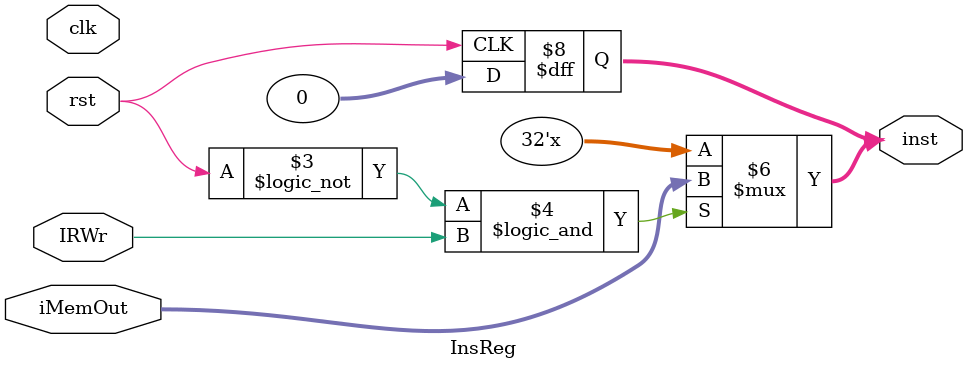
<source format=v>
module InsReg(clk, rst, IRWr, iMemOut, inst);
    input clk;
    input rst;
    input IRWr;
    input[31:0] iMemOut;
    output reg[31:0] inst;
    
    always @(posedge rst)
    begin
        inst = 0;
    end

    always @(*) 
    begin
        if (!rst && IRWr)
            inst = iMemOut;
        //$display("insReg: inst = 0x%8h", inst);//debug
    end
endmodule // InsReg
</source>
